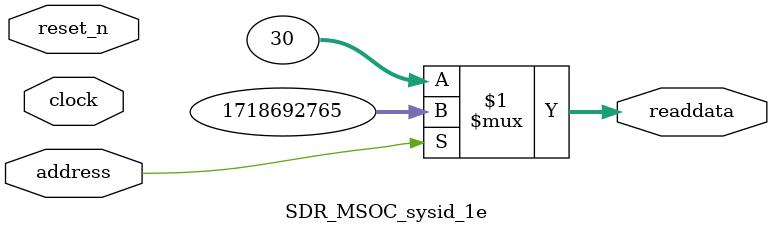
<source format=v>



// synthesis translate_off
`timescale 1ns / 1ps
// synthesis translate_on

// turn off superfluous verilog processor warnings 
// altera message_level Level1 
// altera message_off 10034 10035 10036 10037 10230 10240 10030 

module SDR_MSOC_sysid_1e (
               // inputs:
                address,
                clock,
                reset_n,

               // outputs:
                readdata
             )
;

  output  [ 31: 0] readdata;
  input            address;
  input            clock;
  input            reset_n;

  wire    [ 31: 0] readdata;
  //control_slave, which is an e_avalon_slave
  assign readdata = address ? 1718692765 : 30;

endmodule



</source>
